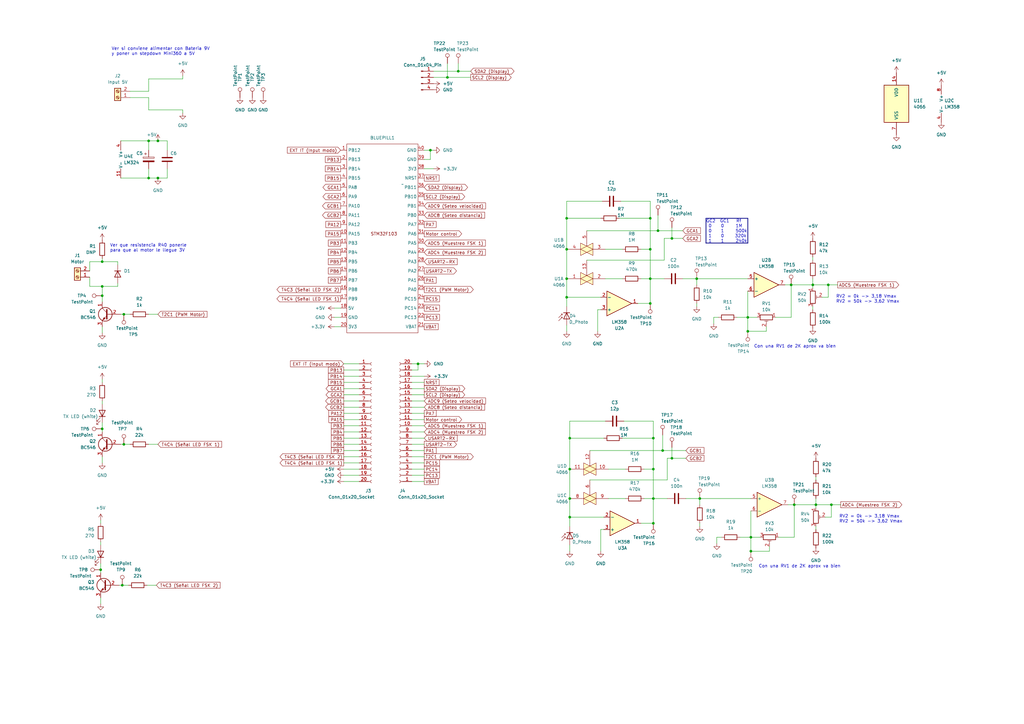
<source format=kicad_sch>
(kicad_sch (version 20230121) (generator eeschema)
  (paper "A3")
  (junction (at 266.7 114.3))
  (junction (at 64.77 73.025))
  (junction (at 269.875 94.615))
  (junction (at 307.975 220.345))
  (junction (at 183.515 31.75))
  (junction (at 233.68 212.09))
  (junction (at 340.995 207.01))
  (junction (at 187.96 29.21))
  (junction (at 271.78 184.785))
  (junction (at 41.91 121.285))
  (junction (at 41.91 107.315))
  (junction (at 41.91 117.475))
  (junction (at 232.41 102.235))
  (junction (at 60.96 57.785))
  (junction (at 232.41 121.92))
  (junction (at 334.645 207.01))
  (junction (at 233.68 179.705))
  (junction (at 285.75 114.3))
  (junction (at 50.165 240.03))
  (junction (at 307.975 226.06))
  (junction (at 275.59 97.79))
  (junction (at 287.02 204.47))
  (junction (at 60.96 73.025))
  (junction (at 267.97 214.63))
  (junction (at 176.53 61.595))
  (junction (at 233.68 192.405))
  (junction (at 41.275 233.68))
  (junction (at 306.705 135.89))
  (junction (at 266.7 89.535))
  (junction (at 324.485 116.84))
  (junction (at 233.68 204.47))
  (junction (at 267.97 179.705))
  (junction (at 50.8 128.905))
  (junction (at 339.725 116.84))
  (junction (at 41.91 175.895))
  (junction (at 266.7 124.46))
  (junction (at 64.77 57.785))
  (junction (at 275.59 187.96))
  (junction (at 333.375 116.84))
  (junction (at 325.755 207.01))
  (junction (at 266.7 102.235))
  (junction (at 232.41 89.535))
  (junction (at 232.41 114.3))
  (junction (at 306.705 130.175))
  (junction (at 171.45 149.225))
  (junction (at 267.97 192.405))
  (junction (at 50.8 182.245))
  (junction (at 267.97 204.47))
  (wire (pts (xy 266.7 114.3) (xy 266.7 124.46)))
  (wire (pts (xy 41.91 117.475) (xy 41.91 121.285)))
  (wire (pts (xy 292.735 130.175) (xy 294.64 130.175)))
  (wire (pts (xy 232.41 89.535) (xy 232.41 102.235)))
  (wire (pts (xy 315.595 224.155) (xy 315.595 226.06)))
  (wire (pts (xy 168.91 151.765) (xy 171.45 151.765)))
  (wire (pts (xy 41.275 233.68) (xy 41.275 234.95)))
  (wire (pts (xy 240.665 106.68) (xy 272.415 106.68)))
  (wire (pts (xy 267.97 204.47) (xy 267.97 214.63)))
  (wire (pts (xy 334.645 208.28) (xy 334.645 207.01)))
  (wire (pts (xy 36.83 107.315) (xy 41.91 107.315)))
  (wire (pts (xy 41.275 222.25) (xy 41.275 223.52)))
  (wire (pts (xy 168.91 164.465) (xy 173.99 164.465)))
  (wire (pts (xy 324.485 116.84) (xy 333.375 116.84)))
  (wire (pts (xy 248.285 102.235) (xy 255.27 102.235)))
  (wire (pts (xy 140.97 159.385) (xy 147.32 159.385)))
  (wire (pts (xy 241.935 196.85) (xy 273.685 196.85)))
  (wire (pts (xy 140.97 194.945) (xy 147.32 194.945)))
  (wire (pts (xy 41.275 213.36) (xy 41.275 214.63)))
  (wire (pts (xy 140.97 154.305) (xy 147.32 154.305)))
  (bus (pts (xy 306.705 99.695) (xy 289.56 99.695)))
  (wire (pts (xy 267.97 204.47) (xy 273.685 204.47)))
  (wire (pts (xy 60.96 37.465) (xy 60.96 32.385)))
  (wire (pts (xy 60.96 69.215) (xy 60.96 73.025)))
  (wire (pts (xy 183.515 26.035) (xy 183.515 31.75)))
  (wire (pts (xy 233.68 192.405) (xy 234.315 192.405)))
  (wire (pts (xy 255.905 172.72) (xy 267.97 172.72)))
  (wire (pts (xy 333.375 114.3) (xy 333.375 116.84)))
  (wire (pts (xy 140.97 189.865) (xy 147.32 189.865)))
  (wire (pts (xy 254.635 82.55) (xy 266.7 82.55)))
  (wire (pts (xy 173.99 65.405) (xy 176.53 65.405)))
  (wire (pts (xy 307.975 226.06) (xy 307.975 220.345)))
  (wire (pts (xy 266.7 89.535) (xy 266.7 102.235)))
  (wire (pts (xy 285.75 114.3) (xy 306.705 114.3)))
  (wire (pts (xy 36.83 117.475) (xy 41.91 117.475)))
  (wire (pts (xy 168.91 189.865) (xy 173.99 189.865)))
  (wire (pts (xy 64.77 57.785) (xy 68.58 57.785)))
  (wire (pts (xy 325.755 207.01) (xy 334.645 207.01)))
  (wire (pts (xy 168.91 187.325) (xy 173.99 187.325)))
  (wire (pts (xy 168.91 174.625) (xy 173.99 174.625)))
  (wire (pts (xy 314.325 135.89) (xy 306.705 135.89)))
  (wire (pts (xy 68.58 57.785) (xy 68.58 61.595)))
  (wire (pts (xy 140.97 169.545) (xy 147.32 169.545)))
  (wire (pts (xy 272.415 97.79) (xy 275.59 97.79)))
  (wire (pts (xy 41.91 175.895) (xy 41.91 177.165)))
  (wire (pts (xy 60.96 45.085) (xy 74.93 45.085)))
  (wire (pts (xy 233.68 212.09) (xy 233.68 215.9)))
  (wire (pts (xy 41.275 245.11) (xy 41.275 247.65)))
  (wire (pts (xy 318.135 130.175) (xy 324.485 130.175)))
  (wire (pts (xy 275.59 93.345) (xy 275.59 97.79)))
  (wire (pts (xy 307.975 220.345) (xy 311.785 220.345)))
  (wire (pts (xy 168.91 184.785) (xy 173.99 184.785)))
  (wire (pts (xy 168.91 197.485) (xy 173.99 197.485)))
  (wire (pts (xy 249.555 192.405) (xy 256.54 192.405)))
  (wire (pts (xy 176.53 61.595) (xy 176.53 65.405)))
  (wire (pts (xy 233.68 172.72) (xy 233.68 179.705)))
  (wire (pts (xy 64.77 128.905) (xy 60.96 128.905)))
  (wire (pts (xy 266.7 82.55) (xy 266.7 89.535)))
  (wire (pts (xy 74.93 46.355) (xy 74.93 45.085)))
  (wire (pts (xy 74.93 31.115) (xy 74.93 32.385)))
  (wire (pts (xy 140.97 197.485) (xy 147.32 197.485)))
  (bus (pts (xy 306.705 89.535) (xy 306.705 99.695)))
  (wire (pts (xy 294.005 222.885) (xy 294.005 220.345)))
  (wire (pts (xy 261.62 124.46) (xy 266.7 124.46)))
  (wire (pts (xy 48.26 107.315) (xy 41.91 107.315)))
  (wire (pts (xy 193.04 29.21) (xy 187.96 29.21)))
  (wire (pts (xy 168.91 156.845) (xy 173.99 156.845)))
  (wire (pts (xy 41.91 106.045) (xy 41.91 107.315)))
  (wire (pts (xy 183.515 31.75) (xy 177.8 31.75)))
  (wire (pts (xy 333.375 105.41) (xy 333.375 106.68)))
  (wire (pts (xy 323.215 207.01) (xy 325.755 207.01)))
  (wire (pts (xy 233.68 179.705) (xy 247.65 179.705)))
  (wire (pts (xy 171.45 151.765) (xy 171.45 149.225)))
  (wire (pts (xy 193.04 31.75) (xy 183.515 31.75)))
  (wire (pts (xy 140.97 161.925) (xy 147.32 161.925)))
  (wire (pts (xy 306.705 130.175) (xy 310.515 130.175)))
  (wire (pts (xy 324.485 116.84) (xy 324.485 130.175)))
  (wire (pts (xy 333.375 127) (xy 333.375 125.73)))
  (wire (pts (xy 52.705 240.03) (xy 50.165 240.03)))
  (wire (pts (xy 48.26 108.585) (xy 48.26 107.315)))
  (wire (pts (xy 140.97 174.625) (xy 147.32 174.625)))
  (wire (pts (xy 168.91 159.385) (xy 173.99 159.385)))
  (wire (pts (xy 307.975 220.345) (xy 307.975 209.55)))
  (wire (pts (xy 234.315 204.47) (xy 233.68 204.47)))
  (wire (pts (xy 233.68 179.705) (xy 233.68 192.405)))
  (wire (pts (xy 50.165 240.03) (xy 48.895 240.03)))
  (wire (pts (xy 248.285 172.72) (xy 233.68 172.72)))
  (wire (pts (xy 233.68 192.405) (xy 233.68 204.47)))
  (wire (pts (xy 334.645 207.01) (xy 340.995 207.01)))
  (wire (pts (xy 280.035 114.3) (xy 285.75 114.3)))
  (wire (pts (xy 140.97 177.165) (xy 147.32 177.165)))
  (wire (pts (xy 137.16 126.365) (xy 139.7 126.365)))
  (wire (pts (xy 50.8 182.245) (xy 49.53 182.245)))
  (wire (pts (xy 273.685 187.96) (xy 275.59 187.96)))
  (wire (pts (xy 41.91 155.575) (xy 41.91 156.845)))
  (wire (pts (xy 264.16 192.405) (xy 267.97 192.405)))
  (wire (pts (xy 269.875 88.265) (xy 269.875 94.615)))
  (wire (pts (xy 232.41 102.235) (xy 232.41 114.3)))
  (wire (pts (xy 64.77 182.245) (xy 60.96 182.245)))
  (wire (pts (xy 232.41 82.55) (xy 232.41 89.535)))
  (wire (pts (xy 171.45 149.225) (xy 173.99 149.225)))
  (wire (pts (xy 266.7 102.235) (xy 266.7 114.3)))
  (wire (pts (xy 267.97 172.72) (xy 267.97 179.705)))
  (wire (pts (xy 287.02 204.47) (xy 287.02 207.01)))
  (wire (pts (xy 314.325 133.985) (xy 314.325 135.89)))
  (wire (pts (xy 264.16 204.47) (xy 267.97 204.47)))
  (wire (pts (xy 272.415 106.68) (xy 272.415 97.79)))
  (wire (pts (xy 232.41 102.235) (xy 233.045 102.235)))
  (wire (pts (xy 41.275 231.14) (xy 41.275 233.68)))
  (wire (pts (xy 41.91 133.985) (xy 41.91 136.525)))
  (wire (pts (xy 267.97 192.405) (xy 267.97 204.47)))
  (wire (pts (xy 168.91 179.705) (xy 173.99 179.705)))
  (wire (pts (xy 247.015 82.55) (xy 232.41 82.55)))
  (wire (pts (xy 68.58 69.215) (xy 68.58 73.025)))
  (wire (pts (xy 233.68 212.09) (xy 247.65 212.09)))
  (wire (pts (xy 140.97 164.465) (xy 147.32 164.465)))
  (wire (pts (xy 140.97 187.325) (xy 147.32 187.325)))
  (wire (pts (xy 60.96 57.785) (xy 64.77 57.785)))
  (wire (pts (xy 269.875 94.615) (xy 280.035 94.615)))
  (wire (pts (xy 292.735 132.715) (xy 292.735 130.175)))
  (wire (pts (xy 41.91 121.285) (xy 41.91 123.825)))
  (wire (pts (xy 36.83 113.665) (xy 36.83 117.475)))
  (wire (pts (xy 53.34 128.905) (xy 50.8 128.905)))
  (wire (pts (xy 302.26 130.175) (xy 306.705 130.175)))
  (wire (pts (xy 246.38 217.17) (xy 247.65 217.17)))
  (wire (pts (xy 339.725 116.84) (xy 343.535 116.84)))
  (wire (pts (xy 319.405 220.345) (xy 325.755 220.345)))
  (wire (pts (xy 266.7 114.3) (xy 272.415 114.3)))
  (wire (pts (xy 315.595 226.06) (xy 307.975 226.06)))
  (wire (pts (xy 233.68 204.47) (xy 233.68 212.09)))
  (wire (pts (xy 64.77 73.025) (xy 68.58 73.025)))
  (wire (pts (xy 168.91 182.245) (xy 173.99 182.245)))
  (wire (pts (xy 340.995 212.09) (xy 340.995 207.01)))
  (wire (pts (xy 306.705 130.175) (xy 306.705 119.38)))
  (wire (pts (xy 60.96 57.785) (xy 60.96 61.595)))
  (wire (pts (xy 48.26 117.475) (xy 41.91 117.475)))
  (wire (pts (xy 267.97 179.705) (xy 267.97 192.405)))
  (wire (pts (xy 36.83 111.125) (xy 36.83 107.315)))
  (wire (pts (xy 168.91 154.305) (xy 173.99 154.305)))
  (wire (pts (xy 339.725 121.92) (xy 339.725 116.84)))
  (wire (pts (xy 187.96 26.035) (xy 187.96 29.21)))
  (wire (pts (xy 334.645 195.58) (xy 334.645 196.85)))
  (wire (pts (xy 232.41 133.35) (xy 232.41 135.89)))
  (wire (pts (xy 140.97 179.705) (xy 147.32 179.705)))
  (wire (pts (xy 173.99 69.215) (xy 177.8 69.215)))
  (wire (pts (xy 176.53 61.595) (xy 177.8 61.595)))
  (wire (pts (xy 262.89 114.3) (xy 266.7 114.3)))
  (wire (pts (xy 334.645 217.17) (xy 334.645 215.9)))
  (wire (pts (xy 137.16 133.985) (xy 139.7 133.985)))
  (wire (pts (xy 168.91 161.925) (xy 173.99 161.925)))
  (wire (pts (xy 340.995 207.01) (xy 344.805 207.01)))
  (wire (pts (xy 255.27 179.705) (xy 267.97 179.705)))
  (wire (pts (xy 334.645 204.47) (xy 334.645 207.01)))
  (wire (pts (xy 232.41 121.92) (xy 232.41 125.73)))
  (wire (pts (xy 187.96 29.21) (xy 177.8 29.21)))
  (wire (pts (xy 262.89 102.235) (xy 266.7 102.235)))
  (wire (pts (xy 287.02 204.47) (xy 307.975 204.47)))
  (wire (pts (xy 337.185 121.92) (xy 339.725 121.92)))
  (wire (pts (xy 303.53 220.345) (xy 307.975 220.345)))
  (wire (pts (xy 294.005 220.345) (xy 295.91 220.345)))
  (wire (pts (xy 168.91 167.005) (xy 173.99 167.005)))
  (wire (pts (xy 254 89.535) (xy 266.7 89.535)))
  (wire (pts (xy 140.97 149.225) (xy 147.32 149.225)))
  (wire (pts (xy 49.53 73.025) (xy 60.96 73.025)))
  (wire (pts (xy 233.68 223.52) (xy 233.68 226.06)))
  (wire (pts (xy 140.97 192.405) (xy 147.32 192.405)))
  (wire (pts (xy 41.91 173.355) (xy 41.91 175.895)))
  (wire (pts (xy 168.91 172.085) (xy 173.99 172.085)))
  (wire (pts (xy 267.97 214.63) (xy 262.89 214.63)))
  (wire (pts (xy 140.97 151.765) (xy 147.32 151.765)))
  (wire (pts (xy 168.91 192.405) (xy 173.99 192.405)))
  (bus (pts (xy 289.56 89.535) (xy 289.56 99.695)))
  (wire (pts (xy 60.96 32.385) (xy 74.93 32.385)))
  (wire (pts (xy 140.97 172.085) (xy 147.32 172.085)))
  (wire (pts (xy 333.375 118.11) (xy 333.375 116.84)))
  (wire (pts (xy 168.91 177.165) (xy 173.99 177.165)))
  (wire (pts (xy 273.685 196.85) (xy 273.685 187.96)))
  (bus (pts (xy 289.56 89.535) (xy 306.705 89.535)))
  (wire (pts (xy 285.75 124.46) (xy 285.75 125.73)))
  (wire (pts (xy 271.78 178.435) (xy 271.78 184.785)))
  (wire (pts (xy 338.455 212.09) (xy 340.995 212.09)))
  (wire (pts (xy 53.34 40.005) (xy 60.96 40.005)))
  (wire (pts (xy 41.91 164.465) (xy 41.91 165.735)))
  (wire (pts (xy 48.26 116.205) (xy 48.26 117.475)))
  (wire (pts (xy 281.305 204.47) (xy 287.02 204.47)))
  (wire (pts (xy 275.59 97.79) (xy 280.035 97.79)))
  (wire (pts (xy 50.8 128.905) (xy 49.53 128.905)))
  (wire (pts (xy 137.16 130.175) (xy 139.7 130.175)))
  (wire (pts (xy 140.97 156.845) (xy 147.32 156.845)))
  (wire (pts (xy 321.945 116.84) (xy 324.485 116.84)))
  (wire (pts (xy 240.665 94.615) (xy 269.875 94.615)))
  (wire (pts (xy 249.555 204.47) (xy 256.54 204.47)))
  (wire (pts (xy 333.375 116.84) (xy 339.725 116.84)))
  (wire (pts (xy 325.755 207.01) (xy 325.755 220.345)))
  (wire (pts (xy 173.99 61.595) (xy 176.53 61.595)))
  (wire (pts (xy 64.135 240.03) (xy 60.325 240.03)))
  (wire (pts (xy 140.97 167.005) (xy 147.32 167.005)))
  (wire (pts (xy 49.53 57.785) (xy 60.96 57.785)))
  (wire (pts (xy 241.935 184.785) (xy 271.78 184.785)))
  (wire (pts (xy 246.38 226.06) (xy 246.38 217.17)))
  (wire (pts (xy 245.11 127) (xy 246.38 127)))
  (wire (pts (xy 60.96 73.025) (xy 64.77 73.025)))
  (wire (pts (xy 53.34 37.465) (xy 60.96 37.465)))
  (wire (pts (xy 232.41 89.535) (xy 246.38 89.535)))
  (wire (pts (xy 306.705 135.89) (xy 306.705 130.175)))
  (wire (pts (xy 140.97 184.785) (xy 147.32 184.785)))
  (wire (pts (xy 60.96 40.005) (xy 60.96 45.085)))
  (wire (pts (xy 168.91 149.225) (xy 171.45 149.225)))
  (wire (pts (xy 53.34 182.245) (xy 50.8 182.245)))
  (wire (pts (xy 245.11 135.89) (xy 245.11 127)))
  (wire (pts (xy 168.91 194.945) (xy 173.99 194.945)))
  (wire (pts (xy 41.91 187.325) (xy 41.91 189.865)))
  (wire (pts (xy 140.97 182.245) (xy 147.32 182.245)))
  (wire (pts (xy 248.285 114.3) (xy 255.27 114.3)))
  (wire (pts (xy 275.59 187.96) (xy 281.305 187.96)))
  (wire (pts (xy 275.59 183.515) (xy 275.59 187.96)))
  (wire (pts (xy 232.41 121.92) (xy 246.38 121.92)))
  (wire (pts (xy 233.045 114.3) (xy 232.41 114.3)))
  (wire (pts (xy 285.75 114.3) (xy 285.75 116.84)))
  (wire (pts (xy 232.41 114.3) (xy 232.41 121.92)))
  (wire (pts (xy 168.91 169.545) (xy 173.99 169.545)))
  (wire (pts (xy 287.02 214.63) (xy 287.02 215.9)))
  (wire (pts (xy 271.78 184.785) (xy 281.305 184.785)))
  (text "RV2 = 0k -> 3,18 Vmax\nRV2 = 50k -> 3,62 Vmax" (at 342.9 124.46 0) (effects (font (size 1.27 1.27)) (justify left bottom)))
  (text "Con una RV1 de 2K aprox va bien" (at 311.15 233.045 0) (effects (font (size 1.27 1.27)) (justify left bottom)))
  (text "RV2 = 0k -> 3,18 Vmax\nRV2 = 50k -> 3,62 Vmax" (at 344.17 214.63 0) (effects (font (size 1.27 1.27)) (justify left bottom)))
  (text "Ver que resistencia R40 ponerle\npara que al motor le llegue 3V" (at 45.085 103.505 0) (effects (font (size 1.27 1.27)) (justify left bottom)))
  (text "Con una RV1 de 2K aprox va bien" (at 309.245 142.875 0) (effects (font (size 1.27 1.27)) (justify left bottom)))
  (text "Ver si conviene alimentar con Bateria 9V\ny poner un stepdown Mini360 a 5V" (at 45.72 22.86 0) (effects (font (size 1.27 1.27)) (justify left bottom)))
  (text "GC2  GC1   Rf\n 0    0     1M \n 0    1     500k \n 1    0	  320k\n 1    1     240k" (at 289.56 99.695 0) (effects (font (size 1.27 1.27)) (justify left bottom)))
  (global_label "PC13" (shape passive) (at 173.99 130.175 0) (property "Intersheetrefs" "${INTERSHEET_REFS}" (effects hide)))
  (global_label "PA12" (shape passive) (at 140.97 169.545 180) (property "Intersheetrefs" "${INTERSHEET_REFS}" (effects hide)))
  (global_label "PB7" (shape passive) (at 139.7 114.935 180) (property "Intersheetrefs" "${INTERSHEET_REFS}" (effects hide)))
  (global_label "ADC4 (Muestreo FSK 2)" (shape input) (at 173.99 103.505 0) (property "Intersheetrefs" "${INTERSHEET_REFS}" (effects hide)))
  (global_label "ADC5 (Muestreo FSK 1)" (shape input) (at 173.99 99.695 0) (property "Intersheetrefs" "${INTERSHEET_REFS}" (effects hide)))
  (global_label "PC15" (shape passive) (at 173.99 189.865 0) (property "Intersheetrefs" "${INTERSHEET_REFS}" (effects hide)))
  (global_label "PB3" (shape passive) (at 139.7 99.695 180) (property "Intersheetrefs" "${INTERSHEET_REFS}" (effects hide)))
  (global_label "ADC9 (Seteo velocidad)" (shape input) (at 173.99 84.455 0) (property "Intersheetrefs" "${INTERSHEET_REFS}" (effects hide)))
  (global_label "T2C1 (PWM Motor)" (shape input) (at 64.77 128.905 0) (property "Intersheetrefs" "${INTERSHEET_REFS}" (effects hide)))
  (global_label "ADC8 (Seteo distancia)" (shape input) (at 173.99 88.265 0) (property "Intersheetrefs" "${INTERSHEET_REFS}" (effects hide)))
  (global_label "T4C4 (Señal LED FSK 1)" (shape input) (at 64.77 182.245 0) (property "Intersheetrefs" "${INTERSHEET_REFS}" (effects hide)))
  (global_label "PA1" (shape passive) (at 173.99 184.785 0) (property "Intersheetrefs" "${INTERSHEET_REFS}" (effects hide)))
  (global_label "USART2-TX" (shape output) (at 173.99 111.125 0) (property "Intersheetrefs" "${INTERSHEET_REFS}" (effects hide)))
  (global_label "GCA1" (shape input) (at 280.035 94.615 0) (property "Intersheetrefs" "${INTERSHEET_REFS}" (effects hide)))
  (global_label "PC14" (shape passive) (at 173.99 192.405 0) (property "Intersheetrefs" "${INTERSHEET_REFS}" (effects hide)))
  (global_label "PB14" (shape passive) (at 139.7 69.215 180) (property "Intersheetrefs" "${INTERSHEET_REFS}" (effects hide)))
  (global_label "SDA2 (Display)" (shape bidirectional) (at 193.04 29.21 0) (property "Intersheetrefs" "${INTERSHEET_REFS}" (effects hide)))
  (global_label "GCA2" (shape output) (at 139.7 80.645 180) (property "Intersheetrefs" "${INTERSHEET_REFS}" (effects hide)))
  (global_label "ADC8 (Seteo distancia)" (shape input) (at 173.99 167.005 0) (property "Intersheetrefs" "${INTERSHEET_REFS}" (effects hide)))
  (global_label "PC14" (shape passive) (at 173.99 126.365 0) (property "Intersheetrefs" "${INTERSHEET_REFS}" (effects hide)))
  (global_label "PA7" (shape passive) (at 173.99 92.075 0) (property "Intersheetrefs" "${INTERSHEET_REFS}" (effects hide)))
  (global_label "PB13" (shape passive) (at 140.97 151.765 180) (property "Intersheetrefs" "${INTERSHEET_REFS}" (effects hide)))
  (global_label "USART2-RX" (shape input) (at 173.99 107.315 0) (property "Intersheetrefs" "${INTERSHEET_REFS}" (effects hide)))
  (global_label "NRST" (shape passive) (at 173.99 156.845 0) (property "Intersheetrefs" "${INTERSHEET_REFS}" (effects hide)))
  (global_label "SDA2 (Display)" (shape output) (at 173.99 159.385 0) (property "Intersheetrefs" "${INTERSHEET_REFS}" (effects hide)))
  (global_label "ADC4 (Muestreo FSK 2)" (shape output) (at 344.805 207.01 0) (property "Intersheetrefs" "${INTERSHEET_REFS}" (effects hide)))
  (global_label "ADC5 (Muestreo FSK 1)" (shape input) (at 173.99 174.625 0) (property "Intersheetrefs" "${INTERSHEET_REFS}" (effects hide)))
  (global_label "Motor control" (shape output) (at 173.99 172.085 0) (property "Intersheetrefs" "${INTERSHEET_REFS}" (effects hide)))
  (global_label "T4C4 (Señal LED FSK 1)" (shape output) (at 139.7 122.555 180) (property "Intersheetrefs" "${INTERSHEET_REFS}" (effects hide)))
  (global_label "GCB1" (shape output) (at 139.7 84.455 180) (property "Intersheetrefs" "${INTERSHEET_REFS}" (effects hide)))
  (global_label "GCA2" (shape output) (at 140.97 161.925 180) (property "Intersheetrefs" "${INTERSHEET_REFS}" (effects hide)))
  (global_label "PB6" (shape passive) (at 140.97 182.245 180) (property "Intersheetrefs" "${INTERSHEET_REFS}" (effects hide)))
  (global_label "VBAT" (shape passive) (at 173.99 133.985 0) (property "Intersheetrefs" "${INTERSHEET_REFS}" (effects hide)))
  (global_label "PB7" (shape passive) (at 140.97 184.785 180) (property "Intersheetrefs" "${INTERSHEET_REFS}" (effects hide)))
  (global_label "T2C1 (PWM Motor)" (shape output) (at 173.99 118.745 0) (property "Intersheetrefs" "${INTERSHEET_REFS}" (effects hide)))
  (global_label "GCB2" (shape input) (at 281.305 187.96 0) (property "Intersheetrefs" "${INTERSHEET_REFS}" (effects hide)))
  (global_label "GCB1" (shape output) (at 140.97 164.465 180) (property "Intersheetrefs" "${INTERSHEET_REFS}" (effects hide)))
  (global_label "NRST" (shape passive) (at 173.99 73.025 0) (property "Intersheetrefs" "${INTERSHEET_REFS}" (effects hide)))
  (global_label "VBAT" (shape passive) (at 173.99 197.485 0) (property "Intersheetrefs" "${INTERSHEET_REFS}" (effects hide)))
  (global_label "T4C3 (Señal LED FSK 2)" (shape output) (at 139.7 118.745 180) (property "Intersheetrefs" "${INTERSHEET_REFS}" (effects hide)))
  (global_label "SCL2 (Display)" (shape output) (at 193.04 31.75 0) (property "Intersheetrefs" "${INTERSHEET_REFS}" (effects hide)))
  (global_label "EXT IT (Input modo)" (shape input) (at 140.97 149.225 180) (property "Intersheetrefs" "${INTERSHEET_REFS}" (effects hide)))
  (global_label "T4C3 (Señal LED FSK 2)" (shape output) (at 140.97 187.325 180) (property "Intersheetrefs" "${INTERSHEET_REFS}" (effects hide)))
  (global_label "GCA2" (shape input) (at 280.035 97.79 0) (property "Intersheetrefs" "${INTERSHEET_REFS}" (effects hide)))
  (global_label "GCB2" (shape output) (at 139.7 88.265 180) (property "Intersheetrefs" "${INTERSHEET_REFS}" (effects hide)))
  (global_label "PB3" (shape passive) (at 140.97 174.625 180) (property "Intersheetrefs" "${INTERSHEET_REFS}" (effects hide)))
  (global_label "Motor control" (shape output) (at 173.99 95.885 0) (property "Intersheetrefs" "${INTERSHEET_REFS}" (effects hide)))
  (global_label "T4C3 (Señal LED FSK 2)" (shape input) (at 64.135 240.03 0) (property "Intersheetrefs" "${INTERSHEET_REFS}" (effects hide)))
  (global_label "PB6" (shape passive) (at 139.7 111.125 180) (property "Intersheetrefs" "${INTERSHEET_REFS}" (effects hide)))
  (global_label "PA15" (shape passive) (at 139.7 95.885 180) (property "Intersheetrefs" "${INTERSHEET_REFS}" (effects hide)))
  (global_label "GCA1" (shape output) (at 140.97 159.385 180) (property "Intersheetrefs" "${INTERSHEET_REFS}" (effects hide)))
  (global_label "GCB1" (shape input) (at 281.305 184.785 0) (property "Intersheetrefs" "${INTERSHEET_REFS}" (effects hide)))
  (global_label "T4C4 (Señal LED FSK 1)" (shape output) (at 140.97 189.865 180) (property "Intersheetrefs" "${INTERSHEET_REFS}" (effects hide)))
  (global_label "SCL2 (Display)" (shape output) (at 173.99 80.645 0) (property "Intersheetrefs" "${INTERSHEET_REFS}" (effects hide)))
  (global_label "PB5" (shape passive) (at 139.7 107.315 180) (property "Intersheetrefs" "${INTERSHEET_REFS}" (effects hide)))
  (global_label "T2C1 (PWM Motor)" (shape output) (at 173.99 187.325 0) (property "Intersheetrefs" "${INTERSHEET_REFS}" (effects hide)))
  (global_label "USART2-RX" (shape input) (at 173.99 179.705 0) (property "Intersheetrefs" "${INTERSHEET_REFS}" (effects hide)))
  (global_label "PB5" (shape passive) (at 140.97 179.705 180) (property "Intersheetrefs" "${INTERSHEET_REFS}" (effects hide)))
  (global_label "SDA2 (Display)" (shape bidirectional) (at 173.99 76.835 0) (property "Intersheetrefs" "${INTERSHEET_REFS}" (effects hide)))
  (global_label "GCA1" (shape output) (at 139.7 76.835 180) (property "Intersheetrefs" "${INTERSHEET_REFS}" (effects hide)))
  (global_label "ADC5 (Muestreo FSK 1)" (shape output) (at 343.535 116.84 0) (property "Intersheetrefs" "${INTERSHEET_REFS}" (effects hide)))
  (global_label "SCL2 (Display)" (shape output) (at 173.99 161.925 0) (property "Intersheetrefs" "${INTERSHEET_REFS}" (effects hide)))
  (global_label "ADC4 (Muestreo FSK 2)" (shape input) (at 173.99 177.165 0) (property "Intersheetrefs" "${INTERSHEET_REFS}" (effects hide)))
  (global_label "PA7" (shape passive) (at 173.99 169.545 0) (property "Intersheetrefs" "${INTERSHEET_REFS}" (effects hide)))
  (global_label "PC13" (shape passive) (at 173.99 194.945 0) (property "Intersheetrefs" "${INTERSHEET_REFS}" (effects hide)))
  (global_label "PA15" (shape passive) (at 140.97 172.085 180) (property "Intersheetrefs" "${INTERSHEET_REFS}" (effects hide)))
  (global_label "GCB2" (shape output) (at 140.97 167.005 180) (property "Intersheetrefs" "${INTERSHEET_REFS}" (effects hide)))
  (global_label "PA1" (shape passive) (at 173.99 114.935 0) (property "Intersheetrefs" "${INTERSHEET_REFS}" (effects hide)))
  (global_label "ADC9 (Seteo velocidad)" (shape input) (at 173.99 164.465 0) (property "Intersheetrefs" "${INTERSHEET_REFS}" (effects hide)))
  (global_label "EXT IT (Input modo)" (shape input) (at 139.7 61.595 180) (property "Intersheetrefs" "${INTERSHEET_REFS}" (effects hide)))
  (global_label "PA12" (shape passive) (at 139.7 92.075 180) (property "Intersheetrefs" "${INTERSHEET_REFS}" (effects hide)))
  (global_label "PB4" (shape passive) (at 140.97 177.165 180) (property "Intersheetrefs" "${INTERSHEET_REFS}" (effects hide)))
  (global_label "PB15" (shape passive) (at 139.7 73.025 180) (property "Intersheetrefs" "${INTERSHEET_REFS}" (effects hide)))
  (global_label "PC15" (shape passive) (at 173.99 122.555 0) (property "Intersheetrefs" "${INTERSHEET_REFS}" (effects hide)))
  (global_label "PB13" (shape passive) (at 139.7 65.405 180) (property "Intersheetrefs" "${INTERSHEET_REFS}" (effects hide)))
  (global_label "PB4" (shape passive) (at 139.7 103.505 180) (property "Intersheetrefs" "${INTERSHEET_REFS}" (effects hide)))
  (global_label "PB15" (shape passive) (at 140.97 156.845 180) (property "Intersheetrefs" "${INTERSHEET_REFS}" (effects hide)))
  (global_label "PB14" (shape passive) (at 140.97 154.305 180) (property "Intersheetrefs" "${INTERSHEET_REFS}" (effects hide)))
  (global_label "USART2-TX" (shape output) (at 173.99 182.245 0) (property "Intersheetrefs" "${INTERSHEET_REFS}" (effects hide)))
  (symbol (lib_id "Device:C") (at 68.58 65.405 0) (unit 1)
    (property "Reference" "C6" (at 69.85 62.865 0) (effects (justify left)))
    (property "Value" "2.2n" (effects hide))
    (property "Footprint" "Capacitor_THT:C_Disc_D4.7mm_W2.5mm_P5.00mm" (effects hide))
  )
  (symbol (lib_id "power:GND") (at 173.99 149.225 90) (mirror x) (unit 1)
    (property "Reference" "#PWR032" (effects hide))
    (property "Value" "GND" (at 177.8 149.225 90) (effects (justify right)))
  )
  (symbol (lib_id "power:GND") (at 246.38 226.06 0) (unit 1)
    (property "Reference" "#PWR017" (effects hide))
    (property "Value" "GND" (at 246.38 231.14 0))
  )
  (symbol (lib_id "Connector:TestPoint") (at 325.755 207.01 0) (unit 1)
    (property "Reference" "TP21" (at 325.12 198.755 0) (effects (justify left)))
    (property "Value" "TestPoint" (at 325.12 201.295 0) (effects (justify left)))
  )
  (symbol (lib_id "Device:R") (at 334.645 200.66 180) (unit 1)
    (property "Reference" "R21" (at 337.185 199.39 0) (effects (justify right)))
    (property "Value" "10k" (at 337.185 201.93 0) (effects (justify right)))
  )
  (symbol (lib_id "Connector:Conn_01x20_Socket") (at 163.83 174.625 180) (unit 1)
    (property "Reference" "J4" (at 165.1 201.295 0))
    (property "Value" "Conn_01x20_Socket" (at 172.72 203.835 0))
    (property "Footprint" "Connector_PinHeader_2.54mm:PinHeader_1x20_P2.54mm_Vertical" (effects hide))
  )
  (symbol (lib_id "Device:R") (at 298.45 130.175 90) (unit 1)
    (property "Reference" "R11" (at 298.45 123.825 90))
    (property "Value" "1k" (at 298.45 126.365 90))
  )
  (symbol (lib_id "power:+5V") (at 140.97 192.405 90) (mirror x) (unit 1)
    (property "Reference" "#PWR029" (effects hide))
    (property "Value" "+5V" (at 137.16 192.405 90) (effects (justify left)))
  )
  (symbol (lib_id "Device:LED") (at 41.91 169.545 270) (mirror x) (unit 1)
    (property "Reference" "D2" (at 38.1 168.275 90))
    (property "Value" "TX LED (white)" (at 33.02 170.815 90))
    (property "Footprint" "LED_THT:LED_D3.0mm" (effects hide))
  )
  (symbol (lib_id "Device:R") (at 334.645 220.98 180) (unit 1)
    (property "Reference" "R22" (at 337.185 219.71 0) (effects (justify right)))
    (property "Value" "100k" (at 337.185 222.25 0) (effects (justify right)))
  )
  (symbol (lib_id "Connector:TestPoint") (at 307.975 226.06 180) (unit 1)
    (property "Reference" "TP20" (at 308.61 234.315 0) (effects (justify left)))
    (property "Value" "TestPoint" (at 308.61 231.775 0) (effects (justify left)))
  )
  (symbol (lib_id "Connector:TestPoint") (at 287.02 204.47 0) (unit 1)
    (property "Reference" "TP19" (at 286.385 196.215 0) (effects (justify left)))
    (property "Value" "TestPoint" (at 286.385 198.755 0) (effects (justify left)))
  )
  (symbol (lib_id "Connector:TestPoint") (at 187.96 26.035 0) (unit 1)
    (property "Reference" "TP23" (at 187.325 17.78 0) (effects (justify left)))
    (property "Value" "TestPoint" (at 187.325 20.32 0) (effects (justify left)))
  )
  (symbol (lib_id "Connector:TestPoint") (at 50.165 240.03 0) (unit 1)
    (property "Reference" "TP9" (at 51.435 233.68 0) (effects (justify right)))
    (property "Value" "TestPoint" (at 53.975 231.14 0) (effects (justify right)))
    (property "Footprint" "TestPoint:TestPoint_Loop_D1.80mm_Drill1.0mm_Beaded" (effects hide))
  )
  (symbol (lib_id "Amplifier_Operational:LM358") (at 314.325 116.84 0) (unit 2)
    (property "Reference" "U2" (at 314.325 106.68 0))
    (property "Value" "LM358" (at 314.325 109.22 0))
    (property "Datasheet" "http://www.ti.com/lit/ds/symlink/lm2904-n.pdf" (effects hide))
  )
  (symbol (lib_id "Device:D_Photo") (at 233.68 220.98 90) (mirror x) (unit 1)
    (property "Reference" "D5" (at 237.49 219.71 90) (effects (justify left)))
    (property "Value" "D_Photo" (at 242.57 222.25 90) (effects (justify left)))
  )
  (symbol (lib_id "Device:R") (at 333.375 130.81 180) (unit 1)
    (property "Reference" "R14" (at 335.915 129.54 0) (effects (justify right)))
    (property "Value" "100k" (at 335.915 132.08 0) (effects (justify right)))
  )
  (symbol (lib_id "4xxx:4066") (at 241.935 192.405 0) (unit 4)
    (property "Reference" "U1" (at 230.505 191.135 0))
    (property "Value" "4066" (at 230.505 193.675 0))
    (property "Datasheet" "http://www.ti.com/lit/ds/symlink/cd4066b.pdf" (effects hide))
  )
  (symbol (lib_id "power:GND") (at 177.8 61.595 90) (mirror x) (unit 1)
    (property "Reference" "#PWR036" (effects hide))
    (property "Value" "GND" (at 181.61 61.595 90) (effects (justify right)))
  )
  (symbol (lib_id "Device:R_Potentiometer_Trim") (at 315.595 220.345 270) (unit 1)
    (property "Reference" "RV3" (at 315.595 214.63 90))
    (property "Value" "10k" (at 315.595 217.17 90))
  )
  (symbol (lib_id "4xxx:4066") (at 240.665 102.235 0) (unit 2)
    (property "Reference" "U1" (at 229.235 98.425 0))
    (property "Value" "4066" (at 229.235 100.965 0))
    (property "Datasheet" "http://www.ti.com/lit/ds/symlink/cd4066b.pdf" (effects hide))
  )
  (symbol (lib_id "Connector:TestPoint") (at 306.705 135.89 180) (unit 1)
    (property "Reference" "TP14" (at 307.34 144.145 0) (effects (justify left)))
    (property "Value" "TestPoint" (at 307.34 141.605 0) (effects (justify left)))
  )
  (symbol (lib_id "power:+5V") (at 367.665 29.845 0) (unit 1)
    (property "Reference" "#PWR038" (effects hide))
    (property "Value" "+5V" (at 367.665 24.765 0))
  )
  (symbol (lib_id "Device:R") (at 287.02 210.82 180) (unit 1)
    (property "Reference" "R18" (at 289.56 209.55 0) (effects (justify right)))
    (property "Value" "10k" (at 289.56 212.09 0) (effects (justify right)))
  )
  (symbol (lib_id "Connector:TestPoint") (at 41.275 233.68 90) (unit 1)
    (property "Reference" "TP8" (at 32.385 233.68 90) (effects (justify right)))
    (property "Value" "TestPoint" (at 28.575 236.22 90) (effects (justify right)))
    (property "Footprint" "TestPoint:TestPoint_Loop_D1.80mm_Drill1.0mm_Beaded" (effects hide))
  )
  (symbol (lib_id "Amplifier_Operational:LM358") (at 254 124.46 0) (mirror x) (unit 1)
    (property "Reference" "U2" (at 254 134.62 0))
    (property "Value" "LM358" (at 254 132.08 0))
    (property "Datasheet" "http://www.ti.com/lit/ds/symlink/lm2904-n.pdf" (effects hide))
  )
  (symbol (lib_id "Amplifier_Operational:LM324") (at 52.07 65.405 0) (unit 5)
    (property "Reference" "U4" (at 50.8 64.135 0) (effects (justify left)))
    (property "Value" "LM324" (at 50.8 66.675 0) (effects (justify left)))
    (property "Footprint" "Package_DIP:DIP-14_W7.62mm_Socket_LongPads" (effects hide))
    (property "Datasheet" "http://www.ti.com/lit/ds/symlink/lm2902-n.pdf" (effects hide))
  )
  (symbol (lib_id "Device:R") (at 299.72 220.345 90) (unit 1)
    (property "Reference" "R19" (at 299.72 213.995 90))
    (property "Value" "1k" (at 299.72 216.535 90))
  )
  (symbol (lib_id "Connector:TestPoint") (at 107.95 40.005 0) (unit 1)
    (property "Reference" "TP3" (at 107.95 29.845 90) (effects (justify right)))
    (property "Value" "TestPoint" (at 106.045 26.67 90) (effects (justify right)))
    (property "Footprint" "TestPoint:TestPoint_Loop_D1.80mm_Drill1.0mm_Beaded" (effects hide))
  )
  (symbol (lib_id "power:GND") (at 74.93 46.355 0) (unit 1)
    (property "Reference" "#PWR025" (effects hide))
    (property "Value" "GND" (at 74.93 51.435 0))
  )
  (symbol (lib_id "Diode:1N4148") (at 48.26 112.395 270) (unit 1)
    (property "Reference" "D1" (at 50.8 111.125 90) (effects (justify left)))
    (property "Value" "1N4148" (effects hide))
    (property "Footprint" "Diode_THT:D_DO-35_SOD27_P7.62mm_Horizontal" (effects hide))
    (property "Datasheet" "https://assets.nexperia.com/documents/data-sheet/1N4148_1N4448.pdf" (effects hide))
    (property "Sim.Device" "D" (effects hide))
    (property "Sim.Pins" "1=K 2=A" (effects hide))
  )
  (symbol (lib_id "4xxx:4066") (at 367.665 42.545 0) (unit 5)
    (property "Reference" "U1" (at 374.65 41.275 0) (effects (justify left)))
    (property "Value" "4066" (at 374.65 43.815 0) (effects (justify left)))
    (property "Datasheet" "http://www.ti.com/lit/ds/symlink/cd4066b.pdf" (effects hide))
  )
  (symbol (lib_id "power:GND") (at 367.665 55.245 0) (unit 1)
    (property "Reference" "#PWR039" (effects hide))
    (property "Value" "GND" (at 367.665 60.325 0))
  )
  (symbol (lib_id "Device:R") (at 41.91 102.235 0) (mirror y) (unit 1)
    (property "Reference" "R1" (at 39.37 100.965 0) (effects (justify left)))
    (property "Value" "DNP" (at 39.37 103.505 0) (effects (justify left)))
    (property "Footprint" "Resistor_THT:R_Axial_DIN0207_L6.3mm_D2.5mm_P10.16mm_Horizontal" (effects hide))
  )
  (symbol (lib_id "Connector:Screw_Terminal_01x02") (at 31.75 113.665 180) (unit 1)
    (property "Reference" "J1" (at 31.75 104.775 0))
    (property "Value" "Motor" (at 31.75 107.315 0))
    (property "Footprint" "TerminalBlock_Phoenix:TerminalBlock_Phoenix_MKDS-1,5-2-5.08_1x02_P5.08mm_Horizontal" (effects hide))
  )
  (symbol (lib_id "power:GND") (at 64.77 73.025 0) (unit 1)
    (property "Reference" "#PWR023" (effects hide))
    (property "Value" "GND" (at 64.77 78.105 0))
  )
  (symbol (lib_id "power:GND") (at 107.95 40.005 0) (unit 1)
    (property "Reference" "#PWR03" (effects hide))
    (property "Value" "GND" (at 107.95 45.085 0))
  )
  (symbol (lib_id "power:GND") (at 41.91 189.865 0) (mirror y) (unit 1)
    (property "Reference" "#PWR07" (effects hide))
    (property "Value" "GND" (at 41.91 194.945 0))
  )
  (symbol (lib_id "Connector:TestPoint") (at 267.97 214.63 180) (unit 1)
    (property "Reference" "TP16" (at 268.605 222.885 0) (effects (justify left)))
    (property "Value" "TestPoint" (at 268.605 220.345 0) (effects (justify left)))
  )
  (symbol (lib_id "Amplifier_Operational:LM358") (at 315.595 207.01 0) (unit 2)
    (property "Reference" "U3" (at 315.595 196.85 0))
    (property "Value" "LM358" (at 315.595 199.39 0))
    (property "Datasheet" "http://www.ti.com/lit/ds/symlink/lm2904-n.pdf" (effects hide))
  )
  (symbol (lib_id "power:+3.3V") (at 173.99 154.305 270) (unit 1)
    (property "Reference" "#PWR033" (effects hide))
    (property "Value" "+3.3V" (at 177.8 154.305 90) (effects (justify left)))
  )
  (symbol (lib_id "Transistor_BJT:BC546") (at 43.815 240.03 0) (mirror y) (unit 1)
    (property "Reference" "Q3" (at 38.735 238.76 0) (effects (justify left)))
    (property "Value" "BC546" (at 38.735 241.3 0) (effects (justify left)))
    (property "Footprint" "Package_TO_SOT_THT:TO-92_Inline" (effects hide))
    (property "Datasheet" "https://www.onsemi.com/pub/Collateral/BC550-D.pdf" (effects hide))
  )
  (symbol (lib_id "power:+5V") (at 41.91 155.575 0) (mirror y) (unit 1)
    (property "Reference" "#PWR06" (effects hide))
    (property "Value" "+5V" (at 41.91 150.495 0))
  )
  (symbol (lib_id "Connector:TestPoint") (at 275.59 93.345 0) (unit 1)
    (property "Reference" "TP12" (at 274.955 85.09 0) (effects (justify left)))
    (property "Value" "TestPoint" (at 274.955 87.63 0) (effects (justify left)))
  )
  (symbol (lib_id "Device:R") (at 56.515 240.03 270) (mirror x) (unit 1)
    (property "Reference" "R6" (at 56.515 233.68 90))
    (property "Value" "22k" (at 56.515 236.22 90))
    (property "Footprint" "Resistor_THT:R_Axial_DIN0207_L6.3mm_D2.5mm_P10.16mm_Horizontal" (effects hide))
  )
  (symbol (lib_id "power:GND") (at 386.08 50.165 0) (unit 1)
    (property "Reference" "#PWR041" (effects hide))
    (property "Value" "GND" (at 386.08 55.245 0))
  )
  (symbol (lib_id "power:GND") (at 140.97 194.945 270) (mirror x) (unit 1)
    (property "Reference" "#PWR030" (effects hide))
    (property "Value" "GND" (at 137.16 194.945 90) (effects (justify right)))
  )
  (symbol (lib_id "power:GND") (at 245.11 135.89 0) (unit 1)
    (property "Reference" "#PWR011" (effects hide))
    (property "Value" "GND" (at 245.11 140.97 0))
  )
  (symbol (lib_id "Connector:TestPoint") (at 183.515 26.035 0) (unit 1)
    (property "Reference" "TP22" (at 177.8 17.78 0) (effects (justify left)))
    (property "Value" "TestPoint" (at 177.8 20.32 0) (effects (justify left)))
  )
  (symbol (lib_id "4xxx:4066") (at 240.665 114.3 0) (unit 1)
    (property "Reference" "U1" (at 229.235 114.3 0))
    (property "Value" "4066" (at 229.235 116.84 0))
    (property "Datasheet" "http://www.ti.com/lit/ds/symlink/cd4066b.pdf" (effects hide))
  )
  (symbol (lib_id "power:GND") (at 232.41 135.89 0) (unit 1)
    (property "Reference" "#PWR010" (effects hide))
    (property "Value" "GND" (at 232.41 140.97 0))
  )
  (symbol (lib_id "Connector:TestPoint") (at 285.75 114.3 0) (unit 1)
    (property "Reference" "TP13" (at 285.115 106.045 0) (effects (justify left)))
    (property "Value" "TestPoint" (at 285.115 108.585 0) (effects (justify left)))
  )
  (symbol (lib_id "Connector:TestPoint") (at 41.91 121.285 90) (unit 1)
    (property "Reference" "TP4" (at 31.75 121.285 90) (effects (justify right)))
    (property "Value" "TestPoint" (at 29.21 123.825 90) (effects (justify right)))
    (property "Footprint" "TestPoint:TestPoint_Loop_D1.80mm_Drill1.0mm_Beaded" (effects hide))
  )
  (symbol (lib_id "power:GND") (at 333.375 134.62 0) (unit 1)
    (property "Reference" "#PWR015" (effects hide))
    (property "Value" "GND" (at 333.375 139.7 0))
  )
  (symbol (lib_id "Device:C") (at 250.825 82.55 90) (unit 1)
    (property "Reference" "C1" (at 250.825 74.93 90))
    (property "Value" "12p" (at 250.825 77.47 90))
  )
  (symbol (lib_id "Connector:TestPoint") (at 50.8 182.245 0) (unit 1)
    (property "Reference" "TP7" (at 52.07 175.895 0) (effects (justify right)))
    (property "Value" "TestPoint" (at 54.61 173.355 0) (effects (justify right)))
    (property "Footprint" "TestPoint:TestPoint_Loop_D1.80mm_Drill1.0mm_Beaded" (effects hide))
  )
  (symbol (lib_id "Device:R_Potentiometer_Trim") (at 333.375 121.92 0) (unit 1)
    (property "Reference" "RV2" (at 330.835 120.65 0) (effects (justify right)))
    (property "Value" "50k" (at 330.835 123.19 0) (effects (justify right)))
  )
  (symbol (lib_id "Device:R") (at 334.645 191.77 180) (unit 1)
    (property "Reference" "R20" (at 337.185 190.5 0) (effects (justify right)))
    (property "Value" "47k" (at 337.185 193.04 0) (effects (justify right)))
  )
  (symbol (lib_id "Connector:TestPoint") (at 98.425 40.005 0) (unit 1)
    (property "Reference" "TP1" (at 98.425 29.845 90) (effects (justify right)))
    (property "Value" "TestPoint" (at 96.52 26.67 90) (effects (justify right)))
    (property "Footprint" "TestPoint:TestPoint_Loop_D1.80mm_Drill1.0mm_Beaded" (effects hide))
  )
  (symbol (lib_id "power:+5V") (at 177.8 34.29 270) (mirror x) (unit 1)
    (property "Reference" "#PWR034" (effects hide))
    (property "Value" "+5V" (at 181.61 34.29 90) (effects (justify left)))
  )
  (symbol (lib_id "Transistor_BJT:BC546") (at 44.45 182.245 0) (mirror y) (unit 1)
    (property "Reference" "Q2" (at 39.37 180.975 0) (effects (justify left)))
    (property "Value" "BC546" (at 39.37 183.515 0) (effects (justify left)))
    (property "Footprint" "Package_TO_SOT_THT:TO-92_Inline" (effects hide))
    (property "Datasheet" "https://www.onsemi.com/pub/Collateral/BC550-D.pdf" (effects hide))
  )
  (symbol (lib_id "Connector:TestPoint") (at 269.875 88.265 0) (unit 1)
    (property "Reference" "TP11" (at 269.24 80.01 0) (effects (justify left)))
    (property "Value" "TestPoint" (at 269.24 82.55 0) (effects (justify left)))
  )
  (symbol (lib_id "Device:R") (at 260.35 192.405 90) (unit 1)
    (property "Reference" "R16" (at 260.35 186.055 90))
    (property "Value" "1M" (at 260.35 188.595 90))
  )
  (symbol (lib_id "power:+5V") (at 333.375 97.79 0) (unit 1)
    (property "Reference" "#PWR014" (effects hide))
    (property "Value" "+5V" (at 333.375 92.71 0))
  )
  (symbol (lib_id "power:+3.3V") (at 177.8 69.215 270) (unit 1)
    (property "Reference" "#PWR037" (effects hide))
    (property "Value" "+3.3V" (at 181.61 69.215 90) (effects (justify left)))
  )
  (symbol (lib_id "Device:R_Potentiometer_Trim") (at 334.645 212.09 0) (unit 1)
    (property "Reference" "RV4" (at 332.105 210.82 0) (effects (justify right)))
    (property "Value" "50k" (at 332.105 213.36 0) (effects (justify right)))
  )
  (symbol (lib_id "Connector:TestPoint") (at 50.8 128.905 180) (unit 1)
    (property "Reference" "TP5" (at 56.515 137.16 0) (effects (justify left)))
    (property "Value" "TestPoint" (at 56.515 134.62 0) (effects (justify left)))
  )
  (symbol (lib_id "Connector:Conn_01x04_Pin") (at 172.72 31.75 0) (unit 1)
    (property "Reference" "J5" (at 173.355 24.13 0))
    (property "Value" "Conn_01x04_Pin" (at 173.355 26.67 0))
  )
  (symbol (lib_id "power:+3.3V") (at 137.16 133.985 90) (unit 1)
    (property "Reference" "#PWR028" (effects hide))
    (property "Value" "+3.3V" (at 133.35 133.985 90) (effects (justify left)))
  )
  (symbol (lib_id "Device:R") (at 333.375 101.6 180) (unit 1)
    (property "Reference" "R12" (at 335.915 100.33 0) (effects (justify right)))
    (property "Value" "47k" (at 335.915 102.87 0) (effects (justify right)))
  )
  (symbol (lib_id "power:+5V") (at 386.08 34.925 0) (unit 1)
    (property "Reference" "#PWR040" (effects hide))
    (property "Value" "+5V" (at 386.08 29.845 0))
  )
  (symbol (lib_id "Device:R") (at 41.91 160.655 0) (mirror y) (unit 1)
    (property "Reference" "R3" (at 39.37 159.385 0) (effects (justify left)))
    (property "Value" "270" (at 39.37 161.925 0) (effects (justify left)))
    (property "Footprint" "Resistor_THT:R_Axial_DIN0207_L6.3mm_D2.5mm_P10.16mm_Horizontal" (effects hide))
  )
  (symbol (lib_id "power:GND") (at 292.735 132.715 0) (unit 1)
    (property "Reference" "#PWR013" (effects hide))
    (property "Value" "GND" (at 292.735 137.795 0))
  )
  (symbol (lib_id "power:GND") (at 98.425 40.005 0) (unit 1)
    (property "Reference" "#PWR01" (effects hide))
    (property "Value" "GND" (at 98.425 45.085 0))
  )
  (symbol (lib_id "Device:D_Photo") (at 232.41 130.81 90) (mirror x) (unit 1)
    (property "Reference" "D4" (at 236.22 129.54 90) (effects (justify left)))
    (property "Value" "D_Photo" (at 241.3 132.08 90) (effects (justify left)))
  )
  (symbol (lib_id "power:+5V") (at 64.77 57.785 0) (unit 1)
    (property "Reference" "#PWR022" (effects hide))
    (property "Value" "+5V" (at 62.23 55.245 0))
  )
  (symbol (lib_id "power:GND") (at 177.8 36.83 90) (mirror x) (unit 1)
    (property "Reference" "#PWR035" (effects hide))
    (property "Value" "GND" (at 181.61 36.83 90) (effects (justify right)))
  )
  (symbol (lib_id "power:GND") (at 41.275 247.65 0) (mirror y) (unit 1)
    (property "Reference" "#PWR09" (effects hide))
    (property "Value" "GND" (at 41.275 252.73 0))
  )
  (symbol (lib_id "Device:R") (at 259.08 102.235 90) (unit 1)
    (property "Reference" "R8" (at 259.08 95.885 90))
    (property "Value" "1M" (at 259.08 98.425 90))
  )
  (symbol (lib_id "Device:LED") (at 41.275 227.33 270) (mirror x) (unit 1)
    (property "Reference" "D3" (at 37.465 226.06 90))
    (property "Value" "TX LED (white)" (at 32.385 228.6 90))
    (property "Footprint" "LED_THT:LED_D3.0mm" (effects hide))
  )
  (symbol (lib_id "power:GND") (at 287.02 215.9 0) (unit 1)
    (property "Reference" "#PWR018" (effects hide))
    (property "Value" "GND" (at 287.02 220.98 0))
  )
  (symbol (lib_id "power:GND") (at 41.91 136.525 0) (mirror y) (unit 1)
    (property "Reference" "#PWR05" (effects hide))
    (property "Value" "GND" (at 41.91 141.605 0))
  )
  (symbol (lib_id "Device:R") (at 251.46 179.705 90) (unit 1)
    (property "Reference" "R15" (at 255.905 175.895 90))
    (property "Value" "1M" (at 255.905 178.435 90))
  )
  (symbol (lib_id "Device:R") (at 333.375 110.49 180) (unit 1)
    (property "Reference" "R13" (at 335.915 109.22 0) (effects (justify right)))
    (property "Value" "10k" (at 335.915 111.76 0) (effects (justify right)))
  )
  (symbol (lib_id "Connector:TestPoint") (at 266.7 124.46 180) (unit 1)
    (property "Reference" "TP10" (at 267.335 132.715 0) (effects (justify left)))
    (property "Value" "TestPoint" (at 267.335 130.175 0) (effects (justify left)))
  )
  (symbol (lib_id "Device:R") (at 285.75 120.65 180) (unit 1)
    (property "Reference" "R10" (at 288.29 119.38 0) (effects (justify right)))
    (property "Value" "10k" (at 288.29 121.92 0) (effects (justify right)))
  )
  (symbol (lib_id "Device:R") (at 260.35 204.47 90) (unit 1)
    (property "Reference" "R17" (at 260.35 198.12 90))
    (property "Value" "470k" (at 260.35 200.66 90))
  )
  (symbol (lib_id "power:+5V") (at 334.645 187.96 0) (unit 1)
    (property "Reference" "#PWR020" (effects hide))
    (property "Value" "+5V" (at 334.645 182.88 0))
  )
  (symbol (lib_id "Amplifier_Operational:LM358") (at 255.27 214.63 0) (mirror x) (unit 1)
    (property "Reference" "U3" (at 255.27 224.79 0))
    (property "Value" "LM358" (at 255.27 222.25 0))
    (property "Datasheet" "http://www.ti.com/lit/ds/symlink/lm2904-n.pdf" (effects hide))
  )
  (symbol (lib_id "Connector:TestPoint") (at 41.91 175.895 90) (unit 1)
    (property "Reference" "TP6" (at 33.02 175.895 90) (effects (justify right)))
    (property "Value" "TestPoint" (at 29.21 178.435 90) (effects (justify right)))
    (property "Footprint" "TestPoint:TestPoint_Loop_D1.80mm_Drill1.0mm_Beaded" (effects hide))
  )
  (symbol (lib_id "Connector:TestPoint") (at 103.505 40.005 0) (unit 1)
    (property "Reference" "TP2" (at 103.505 29.845 90) (effects (justify right)))
    (property "Value" "TestPoint" (at 101.6 26.67 90) (effects (justify right)))
    (property "Footprint" "TestPoint:TestPoint_Loop_D1.80mm_Drill1.0mm_Beaded" (effects hide))
  )
  (symbol (lib_id "4xxx:4066") (at 241.935 204.47 0) (unit 3)
    (property "Reference" "U1" (at 230.505 203.2 0))
    (property "Value" "4066" (at 230.505 205.74 0))
    (property "Datasheet" "http://www.ti.com/lit/ds/symlink/cd4066b.pdf" (effects hide))
  )
  (symbol (lib_id "Device:R") (at 259.08 114.3 90) (unit 1)
    (property "Reference" "R9" (at 259.08 107.95 90))
    (property "Value" "470k" (at 259.08 110.49 90))
  )
  (symbol (lib_id "Device:C_Polarized") (at 60.96 65.405 0) (unit 1)
    (property "Reference" "C5" (at 55.88 62.865 0) (effects (justify left)))
    (property "Value" "C_Polarized" (effects hide))
    (property "Footprint" "Capacitor_THT:C_Radial_D5.0mm_H5.0mm_P2.00mm" (effects hide))
  )
  (symbol (lib_id "Connector:Conn_01x20_Socket") (at 152.4 172.085 0) (unit 1)
    (property "Reference" "J3" (at 149.86 201.295 0) (effects (justify left)))
    (property "Value" "Conn_01x20_Socket" (at 134.62 203.835 0) (effects (justify left)))
    (property "Footprint" "Connector_PinHeader_2.54mm:PinHeader_1x20_P2.54mm_Vertical" (effects hide))
  )
  (symbol (lib_id "power:GND") (at 233.68 226.06 0) (unit 1)
    (property "Reference" "#PWR016" (effects hide))
    (property "Value" "GND" (at 233.68 231.14 0))
  )
  (symbol (lib_id "power:GND") (at 137.16 130.175 270) (mirror x) (unit 1)
    (property "Reference" "#PWR027" (effects hide))
    (property "Value" "GND" (at 133.35 130.175 90) (effects (justify right)))
  )
  (symbol (lib_id "Device:C") (at 252.095 172.72 90) (unit 1)
    (property "Reference" "C3" (at 252.095 165.1 90))
    (property "Value" "12p" (at 252.095 167.64 90))
  )
  (symbol (lib_id "power:+3.3V") (at 140.97 197.485 90) (unit 1)
    (property "Reference" "#PWR031" (effects hide))
    (property "Value" "+3.3V" (at 137.16 197.485 90) (effects (justify left)))
  )
  (symbol (lib_id "Device:R") (at 250.19 89.535 90) (unit 1)
    (property "Reference" "R7" (at 254.635 85.725 90))
    (property "Value" "1M" (at 254.635 88.265 90))
  )
  (symbol (lib_id "power:GND") (at 294.005 222.885 0) (unit 1)
    (property "Reference" "#PWR019" (effects hide))
    (property "Value" "GND" (at 294.005 227.965 0))
  )
  (symbol (lib_id "Device:R") (at 41.275 218.44 0) (mirror y) (unit 1)
    (property "Reference" "R5" (at 38.735 217.17 0) (effects (justify left)))
    (property "Value" "270" (at 38.735 219.71 0) (effects (justify left)))
    (property "Footprint" "Resistor_THT:R_Axial_DIN0207_L6.3mm_D2.5mm_P10.16mm_Horizontal" (effects hide))
  )
  (symbol (lib_id "Device:C") (at 276.225 114.3 90) (unit 1)
    (property "Reference" "C2" (at 276.225 106.68 90))
    (property "Value" "100n" (at 276.225 109.22 90))
  )
  (symbol (lib_id "Connector:TestPoint") (at 275.59 183.515 0) (unit 1)
    (property "Reference" "TP18" (at 274.955 175.26 0) (effects (justify left)))
    (property "Value" "TestPoint" (at 274.955 177.8 0) (effects (justify left)))
  )
  (symbol (lib_id "MCU_ST_STM32F1:Bluepill_STM32F103") (at 157.48 99.695 0) (unit 1)
    (property "Reference" "BLUEPILL1" (at 156.845 56.515 0))
    (property "Value" "~" (at 165.1 75.565 0))
    (property "Footprint" "Module:Electrosmith_Daisy_Seed" (effects hide))
  )
  (symbol (lib_id "power:+5V") (at 41.91 98.425 0) (mirror y) (unit 1)
    (property "Reference" "#PWR04" (effects hide))
    (property "Value" "+5V" (at 41.91 93.345 0))
  )
  (symbol (lib_id "Connector:Screw_Terminal_01x02") (at 48.26 40.005 180) (unit 1)
    (property "Reference" "J2" (at 48.26 31.115 0))
    (property "Value" "Input 5V" (at 48.26 33.655 0))
    (property "Footprint" "TerminalBlock_Phoenix:TerminalBlock_Phoenix_MKDS-1,5-2-5.08_1x02_P5.08mm_Horizontal" (effects hide))
  )
  (symbol (lib_id "Device:R") (at 57.15 128.905 270) (mirror x) (unit 1)
    (property "Reference" "R2" (at 57.15 122.555 90))
    (property "Value" "1k" (at 57.15 125.095 90))
    (property "Footprint" "Resistor_THT:R_Axial_DIN0207_L6.3mm_D2.5mm_P10.16mm_Horizontal" (effects hide))
  )
  (symbol (lib_id "power:+5V") (at 41.275 213.36 0) (mirror y) (unit 1)
    (property "Reference" "#PWR08" (effects hide))
    (property "Value" "+5V" (at 41.275 208.28 0))
  )
  (symbol (lib_id "power:GND") (at 285.75 125.73 0) (unit 1)
    (property "Reference" "#PWR012" (effects hide))
    (property "Value" "GND" (at 285.75 130.81 0))
  )
  (symbol (lib_id "power:GND") (at 103.505 40.005 0) (unit 1)
    (property "Reference" "#PWR02" (effects hide))
    (property "Value" "GND" (at 103.505 45.085 0))
  )
  (symbol (lib_id "Connector:TestPoint") (at 271.78 178.435 0) (unit 1)
    (property "Reference" "TP17" (at 271.145 170.18 0) (effects (justify left)))
    (property "Value" "TestPoint" (at 271.145 172.72 0) (effects (justify left)))
  )
  (symbol (lib_id "power:GND") (at 334.645 224.79 0) (unit 1)
    (property "Reference" "#PWR021" (effects hide))
    (property "Value" "GND" (at 334.645 229.87 0))
  )
  (symbol (lib_id "power:+5V") (at 137.16 126.365 90) (mirror x) (unit 1)
    (property "Reference" "#PWR026" (effects hide))
    (property "Value" "+5V" (at 133.35 126.365 90) (effects (justify left)))
  )
  (symbol (lib_id "Transistor_BJT:BC546") (at 44.45 128.905 0) (mirror y) (unit 1)
    (property "Reference" "Q1" (at 39.37 127.635 0) (effects (justify left)))
    (property "Value" "BC546" (at 39.37 130.175 0) (effects (justify left)))
    (property "Footprint" "Package_TO_SOT_THT:TO-92_Inline" (effects hide))
    (property "Datasheet" "https://www.onsemi.com/pub/Collateral/BC550-D.pdf" (effects hide))
  )
  (symbol (lib_id "Amplifier_Operational:LM358") (at 388.62 42.545 0) (unit 3)
    (property "Reference" "U2" (at 387.35 41.275 0) (effects (justify left)))
    (property "Value" "LM358" (at 387.35 43.815 0) (effects (justify left)))
    (property "Datasheet" "http://www.ti.com/lit/ds/symlink/lm2904-n.pdf" (effects hide))
  )
  (symbol (lib_id "Device:R_Potentiometer_Trim") (at 314.325 130.175 270) (unit 1)
    (property "Reference" "RV1" (at 314.325 124.46 90))
    (property "Value" "10k" (at 314.325 127 90))
  )
  (symbol (lib_id "Device:C") (at 277.495 204.47 90) (unit 1)
    (property "Reference" "C4" (at 277.495 196.85 90))
    (property "Value" "100n" (at 277.495 199.39 90))
  )
  (symbol (lib_id "power:+5V") (at 74.93 31.115 0) (unit 1)
    (property "Reference" "#PWR024" (effects hide))
    (property "Value" "+5V" (at 74.93 26.035 0))
  )
  (symbol (lib_id "Connector:TestPoint") (at 324.485 116.84 0) (unit 1)
    (property "Reference" "TP15" (at 321.31 108.585 0) (effects (justify left)))
    (property "Value" "TestPoint" (at 321.31 111.125 0) (effects (justify left)))
  )
  (symbol (lib_id "Device:R") (at 57.15 182.245 270) (mirror x) (unit 1)
    (property "Reference" "R4" (at 57.15 175.895 90))
    (property "Value" "22k" (at 57.15 178.435 90))
    (property "Footprint" "Resistor_THT:R_Axial_DIN0207_L6.3mm_D2.5mm_P10.16mm_Horizontal" (effects hide))
  )
)
</source>
